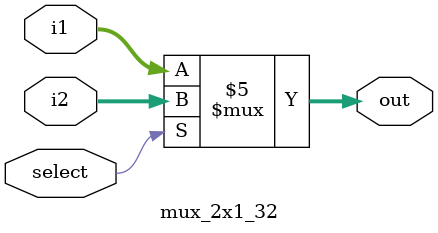
<source format=v>
module mux_2x1_32(i1, i2, select, out);

input [31:0] i1, i2;
input select;
output [31:0] out;
reg [31:0] out=0;

always@(i1 or i2 or select)
begin
if(select== 0)
begin
out <= i1;
end
else
begin
out <= i2;
end
end

endmodule
</source>
